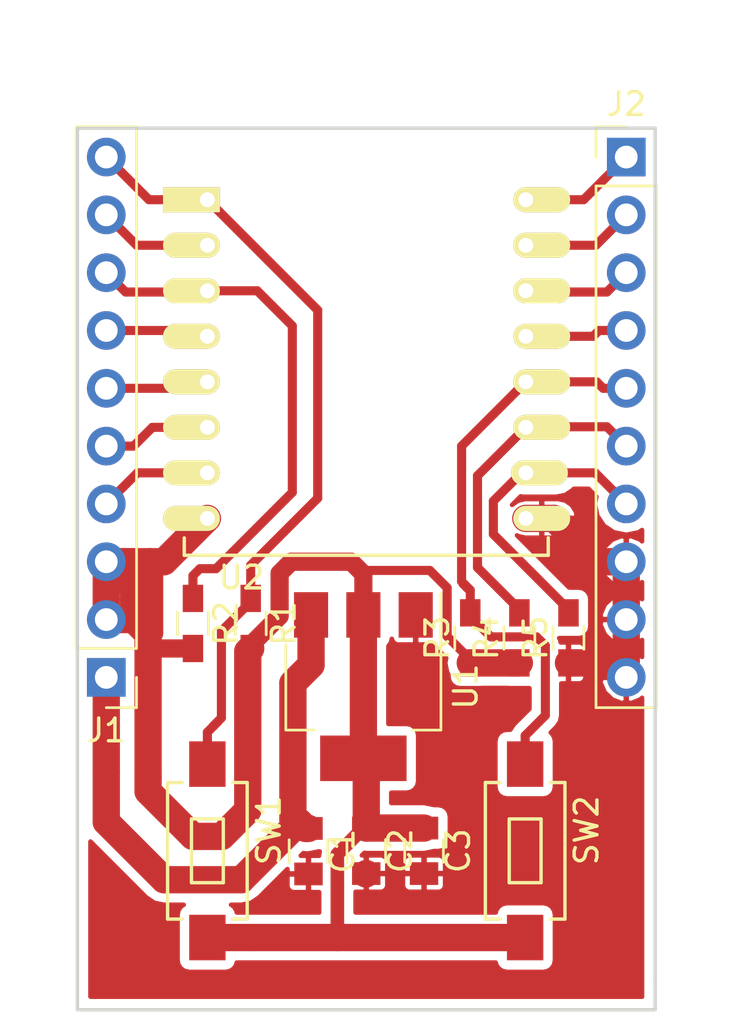
<source format=kicad_pcb>
(kicad_pcb (version 4) (host pcbnew 4.0.7)

  (general
    (links 43)
    (no_connects 1)
    (area 68.912381 64.019999 101.26762 109.220001)
    (thickness 1.6)
    (drawings 6)
    (tracks 153)
    (zones 0)
    (modules 14)
    (nets 18)
  )

  (page A4)
  (layers
    (0 F.Cu signal)
    (31 B.Cu signal)
    (32 B.Adhes user)
    (33 F.Adhes user)
    (34 B.Paste user)
    (35 F.Paste user)
    (36 B.SilkS user)
    (37 F.SilkS user)
    (38 B.Mask user)
    (39 F.Mask user)
    (40 Dwgs.User user)
    (41 Cmts.User user)
    (42 Eco1.User user)
    (43 Eco2.User user)
    (44 Edge.Cuts user)
    (45 Margin user)
    (46 B.CrtYd user)
    (47 F.CrtYd user)
    (48 B.Fab user)
    (49 F.Fab user)
  )

  (setup
    (last_trace_width 0.4)
    (user_trace_width 0.4)
    (user_trace_width 0.6)
    (user_trace_width 0.8)
    (user_trace_width 1)
    (user_trace_width 1.2)
    (trace_clearance 0.2)
    (zone_clearance 0.4)
    (zone_45_only no)
    (trace_min 0.2)
    (segment_width 0.2)
    (edge_width 0.15)
    (via_size 0.6)
    (via_drill 0.4)
    (via_min_size 0.4)
    (via_min_drill 0.3)
    (uvia_size 0.3)
    (uvia_drill 0.1)
    (uvias_allowed no)
    (uvia_min_size 0.2)
    (uvia_min_drill 0.1)
    (pcb_text_width 0.3)
    (pcb_text_size 1.5 1.5)
    (mod_edge_width 0.15)
    (mod_text_size 1 1)
    (mod_text_width 0.15)
    (pad_size 1.524 1.524)
    (pad_drill 0.762)
    (pad_to_mask_clearance 0.2)
    (aux_axis_origin 0 0)
    (visible_elements 7FFFFFFF)
    (pcbplotparams
      (layerselection 0x00030_80000001)
      (usegerberextensions false)
      (excludeedgelayer true)
      (linewidth 0.100000)
      (plotframeref false)
      (viasonmask false)
      (mode 1)
      (useauxorigin false)
      (hpglpennumber 1)
      (hpglpenspeed 20)
      (hpglpendiameter 15)
      (hpglpenoverlay 2)
      (psnegative false)
      (psa4output false)
      (plotreference true)
      (plotvalue true)
      (plotinvisibletext false)
      (padsonsilk false)
      (subtractmaskfromsilk false)
      (outputformat 1)
      (mirror false)
      (drillshape 1)
      (scaleselection 1)
      (outputdirectory ""))
  )

  (net 0 "")
  (net 1 +5V)
  (net 2 GND)
  (net 3 +3V3)
  (net 4 "Net-(J1-Pad4)")
  (net 5 "Net-(J1-Pad5)")
  (net 6 "Net-(J1-Pad6)")
  (net 7 "Net-(J1-Pad7)")
  (net 8 "Net-(J1-Pad8)")
  (net 9 "Net-(J1-Pad9)")
  (net 10 RST)
  (net 11 "Net-(J2-Pad1)")
  (net 12 "Net-(J2-Pad2)")
  (net 13 "Net-(J2-Pad3)")
  (net 14 "Net-(J2-Pad4)")
  (net 15 GPIO0)
  (net 16 "Net-(J2-Pad6)")
  (net 17 "Net-(J2-Pad7)")

  (net_class Default "This is the default net class."
    (clearance 0.2)
    (trace_width 0.25)
    (via_dia 0.6)
    (via_drill 0.4)
    (uvia_dia 0.3)
    (uvia_drill 0.1)
    (add_net +3V3)
    (add_net +5V)
    (add_net GND)
    (add_net GPIO0)
    (add_net "Net-(J1-Pad4)")
    (add_net "Net-(J1-Pad5)")
    (add_net "Net-(J1-Pad6)")
    (add_net "Net-(J1-Pad7)")
    (add_net "Net-(J1-Pad8)")
    (add_net "Net-(J1-Pad9)")
    (add_net "Net-(J2-Pad1)")
    (add_net "Net-(J2-Pad2)")
    (add_net "Net-(J2-Pad3)")
    (add_net "Net-(J2-Pad4)")
    (add_net "Net-(J2-Pad6)")
    (add_net "Net-(J2-Pad7)")
    (add_net RST)
  )

  (module Capacitors_SMD:C_0805 (layer F.Cu) (tedit 58AA8463) (tstamp 59BEB857)
    (at 82.55 101.616 270)
    (descr "Capacitor SMD 0805, reflow soldering, AVX (see smccp.pdf)")
    (tags "capacitor 0805")
    (path /59BEB5B2)
    (attr smd)
    (fp_text reference C1 (at 0 -1.5 270) (layer F.SilkS)
      (effects (font (size 1 1) (thickness 0.15)))
    )
    (fp_text value C_Small (at 0 1.75 270) (layer F.Fab)
      (effects (font (size 1 1) (thickness 0.15)))
    )
    (fp_text user %R (at 0 -1.5 270) (layer F.Fab)
      (effects (font (size 1 1) (thickness 0.15)))
    )
    (fp_line (start -1 0.62) (end -1 -0.62) (layer F.Fab) (width 0.1))
    (fp_line (start 1 0.62) (end -1 0.62) (layer F.Fab) (width 0.1))
    (fp_line (start 1 -0.62) (end 1 0.62) (layer F.Fab) (width 0.1))
    (fp_line (start -1 -0.62) (end 1 -0.62) (layer F.Fab) (width 0.1))
    (fp_line (start 0.5 -0.85) (end -0.5 -0.85) (layer F.SilkS) (width 0.12))
    (fp_line (start -0.5 0.85) (end 0.5 0.85) (layer F.SilkS) (width 0.12))
    (fp_line (start -1.75 -0.88) (end 1.75 -0.88) (layer F.CrtYd) (width 0.05))
    (fp_line (start -1.75 -0.88) (end -1.75 0.87) (layer F.CrtYd) (width 0.05))
    (fp_line (start 1.75 0.87) (end 1.75 -0.88) (layer F.CrtYd) (width 0.05))
    (fp_line (start 1.75 0.87) (end -1.75 0.87) (layer F.CrtYd) (width 0.05))
    (pad 1 smd rect (at -1 0 270) (size 1 1.25) (layers F.Cu F.Paste F.Mask)
      (net 1 +5V))
    (pad 2 smd rect (at 1 0 270) (size 1 1.25) (layers F.Cu F.Paste F.Mask)
      (net 2 GND))
    (model Capacitors_SMD.3dshapes/C_0805.wrl
      (at (xyz 0 0 0))
      (scale (xyz 1 1 1))
      (rotate (xyz 0 0 0))
    )
  )

  (module Capacitors_SMD:C_0805 (layer F.Cu) (tedit 58AA8463) (tstamp 59BEB85D)
    (at 85.09 101.6 270)
    (descr "Capacitor SMD 0805, reflow soldering, AVX (see smccp.pdf)")
    (tags "capacitor 0805")
    (path /59BEB622)
    (attr smd)
    (fp_text reference C2 (at 0 -1.5 270) (layer F.SilkS)
      (effects (font (size 1 1) (thickness 0.15)))
    )
    (fp_text value C_Small (at 0 1.75 270) (layer F.Fab)
      (effects (font (size 1 1) (thickness 0.15)))
    )
    (fp_text user %R (at 0 -1.5 270) (layer F.Fab)
      (effects (font (size 1 1) (thickness 0.15)))
    )
    (fp_line (start -1 0.62) (end -1 -0.62) (layer F.Fab) (width 0.1))
    (fp_line (start 1 0.62) (end -1 0.62) (layer F.Fab) (width 0.1))
    (fp_line (start 1 -0.62) (end 1 0.62) (layer F.Fab) (width 0.1))
    (fp_line (start -1 -0.62) (end 1 -0.62) (layer F.Fab) (width 0.1))
    (fp_line (start 0.5 -0.85) (end -0.5 -0.85) (layer F.SilkS) (width 0.12))
    (fp_line (start -0.5 0.85) (end 0.5 0.85) (layer F.SilkS) (width 0.12))
    (fp_line (start -1.75 -0.88) (end 1.75 -0.88) (layer F.CrtYd) (width 0.05))
    (fp_line (start -1.75 -0.88) (end -1.75 0.87) (layer F.CrtYd) (width 0.05))
    (fp_line (start 1.75 0.87) (end 1.75 -0.88) (layer F.CrtYd) (width 0.05))
    (fp_line (start 1.75 0.87) (end -1.75 0.87) (layer F.CrtYd) (width 0.05))
    (pad 1 smd rect (at -1 0 270) (size 1 1.25) (layers F.Cu F.Paste F.Mask)
      (net 3 +3V3))
    (pad 2 smd rect (at 1 0 270) (size 1 1.25) (layers F.Cu F.Paste F.Mask)
      (net 2 GND))
    (model Capacitors_SMD.3dshapes/C_0805.wrl
      (at (xyz 0 0 0))
      (scale (xyz 1 1 1))
      (rotate (xyz 0 0 0))
    )
  )

  (module Capacitors_SMD:C_0805 (layer F.Cu) (tedit 58AA8463) (tstamp 59BEB863)
    (at 87.63 101.6 270)
    (descr "Capacitor SMD 0805, reflow soldering, AVX (see smccp.pdf)")
    (tags "capacitor 0805")
    (path /59BEB680)
    (attr smd)
    (fp_text reference C3 (at 0 -1.5 270) (layer F.SilkS)
      (effects (font (size 1 1) (thickness 0.15)))
    )
    (fp_text value C_Small (at 0 1.75 270) (layer F.Fab)
      (effects (font (size 1 1) (thickness 0.15)))
    )
    (fp_text user %R (at 0 -1.5 270) (layer F.Fab)
      (effects (font (size 1 1) (thickness 0.15)))
    )
    (fp_line (start -1 0.62) (end -1 -0.62) (layer F.Fab) (width 0.1))
    (fp_line (start 1 0.62) (end -1 0.62) (layer F.Fab) (width 0.1))
    (fp_line (start 1 -0.62) (end 1 0.62) (layer F.Fab) (width 0.1))
    (fp_line (start -1 -0.62) (end 1 -0.62) (layer F.Fab) (width 0.1))
    (fp_line (start 0.5 -0.85) (end -0.5 -0.85) (layer F.SilkS) (width 0.12))
    (fp_line (start -0.5 0.85) (end 0.5 0.85) (layer F.SilkS) (width 0.12))
    (fp_line (start -1.75 -0.88) (end 1.75 -0.88) (layer F.CrtYd) (width 0.05))
    (fp_line (start -1.75 -0.88) (end -1.75 0.87) (layer F.CrtYd) (width 0.05))
    (fp_line (start 1.75 0.87) (end 1.75 -0.88) (layer F.CrtYd) (width 0.05))
    (fp_line (start 1.75 0.87) (end -1.75 0.87) (layer F.CrtYd) (width 0.05))
    (pad 1 smd rect (at -1 0 270) (size 1 1.25) (layers F.Cu F.Paste F.Mask)
      (net 3 +3V3))
    (pad 2 smd rect (at 1 0 270) (size 1 1.25) (layers F.Cu F.Paste F.Mask)
      (net 2 GND))
    (model Capacitors_SMD.3dshapes/C_0805.wrl
      (at (xyz 0 0 0))
      (scale (xyz 1 1 1))
      (rotate (xyz 0 0 0))
    )
  )

  (module Pin_Headers:Pin_Header_Straight_1x10_Pitch2.54mm (layer F.Cu) (tedit 59650532) (tstamp 59BEB871)
    (at 73.66 93.98 180)
    (descr "Through hole straight pin header, 1x10, 2.54mm pitch, single row")
    (tags "Through hole pin header THT 1x10 2.54mm single row")
    (path /59BEB163)
    (fp_text reference J1 (at 0 -2.33 180) (layer F.SilkS)
      (effects (font (size 1 1) (thickness 0.15)))
    )
    (fp_text value Conn_01x10 (at 0 25.19 180) (layer F.Fab)
      (effects (font (size 1 1) (thickness 0.15)))
    )
    (fp_line (start -0.635 -1.27) (end 1.27 -1.27) (layer F.Fab) (width 0.1))
    (fp_line (start 1.27 -1.27) (end 1.27 24.13) (layer F.Fab) (width 0.1))
    (fp_line (start 1.27 24.13) (end -1.27 24.13) (layer F.Fab) (width 0.1))
    (fp_line (start -1.27 24.13) (end -1.27 -0.635) (layer F.Fab) (width 0.1))
    (fp_line (start -1.27 -0.635) (end -0.635 -1.27) (layer F.Fab) (width 0.1))
    (fp_line (start -1.33 24.19) (end 1.33 24.19) (layer F.SilkS) (width 0.12))
    (fp_line (start -1.33 1.27) (end -1.33 24.19) (layer F.SilkS) (width 0.12))
    (fp_line (start 1.33 1.27) (end 1.33 24.19) (layer F.SilkS) (width 0.12))
    (fp_line (start -1.33 1.27) (end 1.33 1.27) (layer F.SilkS) (width 0.12))
    (fp_line (start -1.33 0) (end -1.33 -1.33) (layer F.SilkS) (width 0.12))
    (fp_line (start -1.33 -1.33) (end 0 -1.33) (layer F.SilkS) (width 0.12))
    (fp_line (start -1.8 -1.8) (end -1.8 24.65) (layer F.CrtYd) (width 0.05))
    (fp_line (start -1.8 24.65) (end 1.8 24.65) (layer F.CrtYd) (width 0.05))
    (fp_line (start 1.8 24.65) (end 1.8 -1.8) (layer F.CrtYd) (width 0.05))
    (fp_line (start 1.8 -1.8) (end -1.8 -1.8) (layer F.CrtYd) (width 0.05))
    (fp_text user %R (at 0 11.43 270) (layer F.Fab)
      (effects (font (size 1 1) (thickness 0.15)))
    )
    (pad 1 thru_hole rect (at 0 0 180) (size 1.7 1.7) (drill 1) (layers *.Cu *.Mask)
      (net 1 +5V))
    (pad 2 thru_hole oval (at 0 2.54 180) (size 1.7 1.7) (drill 1) (layers *.Cu *.Mask)
      (net 3 +3V3))
    (pad 3 thru_hole oval (at 0 5.08 180) (size 1.7 1.7) (drill 1) (layers *.Cu *.Mask)
      (net 3 +3V3))
    (pad 4 thru_hole oval (at 0 7.62 180) (size 1.7 1.7) (drill 1) (layers *.Cu *.Mask)
      (net 4 "Net-(J1-Pad4)"))
    (pad 5 thru_hole oval (at 0 10.16 180) (size 1.7 1.7) (drill 1) (layers *.Cu *.Mask)
      (net 5 "Net-(J1-Pad5)"))
    (pad 6 thru_hole oval (at 0 12.7 180) (size 1.7 1.7) (drill 1) (layers *.Cu *.Mask)
      (net 6 "Net-(J1-Pad6)"))
    (pad 7 thru_hole oval (at 0 15.24 180) (size 1.7 1.7) (drill 1) (layers *.Cu *.Mask)
      (net 7 "Net-(J1-Pad7)"))
    (pad 8 thru_hole oval (at 0 17.78 180) (size 1.7 1.7) (drill 1) (layers *.Cu *.Mask)
      (net 8 "Net-(J1-Pad8)"))
    (pad 9 thru_hole oval (at 0 20.32 180) (size 1.7 1.7) (drill 1) (layers *.Cu *.Mask)
      (net 9 "Net-(J1-Pad9)"))
    (pad 10 thru_hole oval (at 0 22.86 180) (size 1.7 1.7) (drill 1) (layers *.Cu *.Mask)
      (net 10 RST))
    (model ${KISYS3DMOD}/Pin_Headers.3dshapes/Pin_Header_Straight_1x10_Pitch2.54mm.wrl
      (at (xyz 0 0 0))
      (scale (xyz 1 1 1))
      (rotate (xyz 0 0 0))
    )
  )

  (module Pin_Headers:Pin_Header_Straight_1x10_Pitch2.54mm (layer F.Cu) (tedit 59650532) (tstamp 59BEB87F)
    (at 96.52 71.12)
    (descr "Through hole straight pin header, 1x10, 2.54mm pitch, single row")
    (tags "Through hole pin header THT 1x10 2.54mm single row")
    (path /59BEB130)
    (fp_text reference J2 (at 0 -2.33) (layer F.SilkS)
      (effects (font (size 1 1) (thickness 0.15)))
    )
    (fp_text value Conn_01x10 (at 0 25.19) (layer F.Fab)
      (effects (font (size 1 1) (thickness 0.15)))
    )
    (fp_line (start -0.635 -1.27) (end 1.27 -1.27) (layer F.Fab) (width 0.1))
    (fp_line (start 1.27 -1.27) (end 1.27 24.13) (layer F.Fab) (width 0.1))
    (fp_line (start 1.27 24.13) (end -1.27 24.13) (layer F.Fab) (width 0.1))
    (fp_line (start -1.27 24.13) (end -1.27 -0.635) (layer F.Fab) (width 0.1))
    (fp_line (start -1.27 -0.635) (end -0.635 -1.27) (layer F.Fab) (width 0.1))
    (fp_line (start -1.33 24.19) (end 1.33 24.19) (layer F.SilkS) (width 0.12))
    (fp_line (start -1.33 1.27) (end -1.33 24.19) (layer F.SilkS) (width 0.12))
    (fp_line (start 1.33 1.27) (end 1.33 24.19) (layer F.SilkS) (width 0.12))
    (fp_line (start -1.33 1.27) (end 1.33 1.27) (layer F.SilkS) (width 0.12))
    (fp_line (start -1.33 0) (end -1.33 -1.33) (layer F.SilkS) (width 0.12))
    (fp_line (start -1.33 -1.33) (end 0 -1.33) (layer F.SilkS) (width 0.12))
    (fp_line (start -1.8 -1.8) (end -1.8 24.65) (layer F.CrtYd) (width 0.05))
    (fp_line (start -1.8 24.65) (end 1.8 24.65) (layer F.CrtYd) (width 0.05))
    (fp_line (start 1.8 24.65) (end 1.8 -1.8) (layer F.CrtYd) (width 0.05))
    (fp_line (start 1.8 -1.8) (end -1.8 -1.8) (layer F.CrtYd) (width 0.05))
    (fp_text user %R (at 0 11.43 90) (layer F.Fab)
      (effects (font (size 1 1) (thickness 0.15)))
    )
    (pad 1 thru_hole rect (at 0 0) (size 1.7 1.7) (drill 1) (layers *.Cu *.Mask)
      (net 11 "Net-(J2-Pad1)"))
    (pad 2 thru_hole oval (at 0 2.54) (size 1.7 1.7) (drill 1) (layers *.Cu *.Mask)
      (net 12 "Net-(J2-Pad2)"))
    (pad 3 thru_hole oval (at 0 5.08) (size 1.7 1.7) (drill 1) (layers *.Cu *.Mask)
      (net 13 "Net-(J2-Pad3)"))
    (pad 4 thru_hole oval (at 0 7.62) (size 1.7 1.7) (drill 1) (layers *.Cu *.Mask)
      (net 14 "Net-(J2-Pad4)"))
    (pad 5 thru_hole oval (at 0 10.16) (size 1.7 1.7) (drill 1) (layers *.Cu *.Mask)
      (net 15 GPIO0))
    (pad 6 thru_hole oval (at 0 12.7) (size 1.7 1.7) (drill 1) (layers *.Cu *.Mask)
      (net 16 "Net-(J2-Pad6)"))
    (pad 7 thru_hole oval (at 0 15.24) (size 1.7 1.7) (drill 1) (layers *.Cu *.Mask)
      (net 17 "Net-(J2-Pad7)"))
    (pad 8 thru_hole oval (at 0 17.78) (size 1.7 1.7) (drill 1) (layers *.Cu *.Mask)
      (net 2 GND))
    (pad 9 thru_hole oval (at 0 20.32) (size 1.7 1.7) (drill 1) (layers *.Cu *.Mask)
      (net 2 GND))
    (pad 10 thru_hole oval (at 0 22.86) (size 1.7 1.7) (drill 1) (layers *.Cu *.Mask)
      (net 2 GND))
    (model ${KISYS3DMOD}/Pin_Headers.3dshapes/Pin_Header_Straight_1x10_Pitch2.54mm.wrl
      (at (xyz 0 0 0))
      (scale (xyz 1 1 1))
      (rotate (xyz 0 0 0))
    )
  )

  (module Resistors_SMD:R_0603_HandSoldering (layer F.Cu) (tedit 58E0A804) (tstamp 59BEB885)
    (at 80.01 91.61 270)
    (descr "Resistor SMD 0603, hand soldering")
    (tags "resistor 0603")
    (path /59BEBC9E)
    (attr smd)
    (fp_text reference R1 (at 0 -1.45 270) (layer F.SilkS)
      (effects (font (size 1 1) (thickness 0.15)))
    )
    (fp_text value R_Small (at 0 1.55 270) (layer F.Fab)
      (effects (font (size 1 1) (thickness 0.15)))
    )
    (fp_text user %R (at 0 0 270) (layer F.Fab)
      (effects (font (size 0.4 0.4) (thickness 0.075)))
    )
    (fp_line (start -0.8 0.4) (end -0.8 -0.4) (layer F.Fab) (width 0.1))
    (fp_line (start 0.8 0.4) (end -0.8 0.4) (layer F.Fab) (width 0.1))
    (fp_line (start 0.8 -0.4) (end 0.8 0.4) (layer F.Fab) (width 0.1))
    (fp_line (start -0.8 -0.4) (end 0.8 -0.4) (layer F.Fab) (width 0.1))
    (fp_line (start 0.5 0.68) (end -0.5 0.68) (layer F.SilkS) (width 0.12))
    (fp_line (start -0.5 -0.68) (end 0.5 -0.68) (layer F.SilkS) (width 0.12))
    (fp_line (start -1.96 -0.7) (end 1.95 -0.7) (layer F.CrtYd) (width 0.05))
    (fp_line (start -1.96 -0.7) (end -1.96 0.7) (layer F.CrtYd) (width 0.05))
    (fp_line (start 1.95 0.7) (end 1.95 -0.7) (layer F.CrtYd) (width 0.05))
    (fp_line (start 1.95 0.7) (end -1.96 0.7) (layer F.CrtYd) (width 0.05))
    (pad 1 smd rect (at -1.1 0 270) (size 1.2 0.9) (layers F.Cu F.Paste F.Mask)
      (net 10 RST))
    (pad 2 smd rect (at 1.1 0 270) (size 1.2 0.9) (layers F.Cu F.Paste F.Mask)
      (net 3 +3V3))
    (model ${KISYS3DMOD}/Resistors_SMD.3dshapes/R_0603.wrl
      (at (xyz 0 0 0))
      (scale (xyz 1 1 1))
      (rotate (xyz 0 0 0))
    )
  )

  (module Resistors_SMD:R_0603_HandSoldering (layer F.Cu) (tedit 58E0A804) (tstamp 59BEB88B)
    (at 77.47 91.61 270)
    (descr "Resistor SMD 0603, hand soldering")
    (tags "resistor 0603")
    (path /59BEB99B)
    (attr smd)
    (fp_text reference R2 (at 0 -1.45 270) (layer F.SilkS)
      (effects (font (size 1 1) (thickness 0.15)))
    )
    (fp_text value R_Small (at 0 1.55 270) (layer F.Fab)
      (effects (font (size 1 1) (thickness 0.15)))
    )
    (fp_text user %R (at 0 0 270) (layer F.Fab)
      (effects (font (size 0.4 0.4) (thickness 0.075)))
    )
    (fp_line (start -0.8 0.4) (end -0.8 -0.4) (layer F.Fab) (width 0.1))
    (fp_line (start 0.8 0.4) (end -0.8 0.4) (layer F.Fab) (width 0.1))
    (fp_line (start 0.8 -0.4) (end 0.8 0.4) (layer F.Fab) (width 0.1))
    (fp_line (start -0.8 -0.4) (end 0.8 -0.4) (layer F.Fab) (width 0.1))
    (fp_line (start 0.5 0.68) (end -0.5 0.68) (layer F.SilkS) (width 0.12))
    (fp_line (start -0.5 -0.68) (end 0.5 -0.68) (layer F.SilkS) (width 0.12))
    (fp_line (start -1.96 -0.7) (end 1.95 -0.7) (layer F.CrtYd) (width 0.05))
    (fp_line (start -1.96 -0.7) (end -1.96 0.7) (layer F.CrtYd) (width 0.05))
    (fp_line (start 1.95 0.7) (end 1.95 -0.7) (layer F.CrtYd) (width 0.05))
    (fp_line (start 1.95 0.7) (end -1.96 0.7) (layer F.CrtYd) (width 0.05))
    (pad 1 smd rect (at -1.1 0 270) (size 1.2 0.9) (layers F.Cu F.Paste F.Mask)
      (net 8 "Net-(J1-Pad8)"))
    (pad 2 smd rect (at 1.1 0 270) (size 1.2 0.9) (layers F.Cu F.Paste F.Mask)
      (net 3 +3V3))
    (model ${KISYS3DMOD}/Resistors_SMD.3dshapes/R_0603.wrl
      (at (xyz 0 0 0))
      (scale (xyz 1 1 1))
      (rotate (xyz 0 0 0))
    )
  )

  (module Resistors_SMD:R_0603_HandSoldering (layer F.Cu) (tedit 58E0A804) (tstamp 59BEB891)
    (at 89.662 92.245 90)
    (descr "Resistor SMD 0603, hand soldering")
    (tags "resistor 0603")
    (path /59BEB722)
    (attr smd)
    (fp_text reference R3 (at 0 -1.45 90) (layer F.SilkS)
      (effects (font (size 1 1) (thickness 0.15)))
    )
    (fp_text value R_Small (at 0 1.55 90) (layer F.Fab)
      (effects (font (size 1 1) (thickness 0.15)))
    )
    (fp_text user %R (at 0 0 90) (layer F.Fab)
      (effects (font (size 0.4 0.4) (thickness 0.075)))
    )
    (fp_line (start -0.8 0.4) (end -0.8 -0.4) (layer F.Fab) (width 0.1))
    (fp_line (start 0.8 0.4) (end -0.8 0.4) (layer F.Fab) (width 0.1))
    (fp_line (start 0.8 -0.4) (end 0.8 0.4) (layer F.Fab) (width 0.1))
    (fp_line (start -0.8 -0.4) (end 0.8 -0.4) (layer F.Fab) (width 0.1))
    (fp_line (start 0.5 0.68) (end -0.5 0.68) (layer F.SilkS) (width 0.12))
    (fp_line (start -0.5 -0.68) (end 0.5 -0.68) (layer F.SilkS) (width 0.12))
    (fp_line (start -1.96 -0.7) (end 1.95 -0.7) (layer F.CrtYd) (width 0.05))
    (fp_line (start -1.96 -0.7) (end -1.96 0.7) (layer F.CrtYd) (width 0.05))
    (fp_line (start 1.95 0.7) (end 1.95 -0.7) (layer F.CrtYd) (width 0.05))
    (fp_line (start 1.95 0.7) (end -1.96 0.7) (layer F.CrtYd) (width 0.05))
    (pad 1 smd rect (at -1.1 0 90) (size 1.2 0.9) (layers F.Cu F.Paste F.Mask)
      (net 3 +3V3))
    (pad 2 smd rect (at 1.1 0 90) (size 1.2 0.9) (layers F.Cu F.Paste F.Mask)
      (net 15 GPIO0))
    (model ${KISYS3DMOD}/Resistors_SMD.3dshapes/R_0603.wrl
      (at (xyz 0 0 0))
      (scale (xyz 1 1 1))
      (rotate (xyz 0 0 0))
    )
  )

  (module Resistors_SMD:R_0603_HandSoldering (layer F.Cu) (tedit 58E0A804) (tstamp 59BEB897)
    (at 91.821 92.245 90)
    (descr "Resistor SMD 0603, hand soldering")
    (tags "resistor 0603")
    (path /59BEB7B6)
    (attr smd)
    (fp_text reference R4 (at 0 -1.45 90) (layer F.SilkS)
      (effects (font (size 1 1) (thickness 0.15)))
    )
    (fp_text value R_Small (at 0 1.55 90) (layer F.Fab)
      (effects (font (size 1 1) (thickness 0.15)))
    )
    (fp_text user %R (at 0 0 90) (layer F.Fab)
      (effects (font (size 0.4 0.4) (thickness 0.075)))
    )
    (fp_line (start -0.8 0.4) (end -0.8 -0.4) (layer F.Fab) (width 0.1))
    (fp_line (start 0.8 0.4) (end -0.8 0.4) (layer F.Fab) (width 0.1))
    (fp_line (start 0.8 -0.4) (end 0.8 0.4) (layer F.Fab) (width 0.1))
    (fp_line (start -0.8 -0.4) (end 0.8 -0.4) (layer F.Fab) (width 0.1))
    (fp_line (start 0.5 0.68) (end -0.5 0.68) (layer F.SilkS) (width 0.12))
    (fp_line (start -0.5 -0.68) (end 0.5 -0.68) (layer F.SilkS) (width 0.12))
    (fp_line (start -1.96 -0.7) (end 1.95 -0.7) (layer F.CrtYd) (width 0.05))
    (fp_line (start -1.96 -0.7) (end -1.96 0.7) (layer F.CrtYd) (width 0.05))
    (fp_line (start 1.95 0.7) (end 1.95 -0.7) (layer F.CrtYd) (width 0.05))
    (fp_line (start 1.95 0.7) (end -1.96 0.7) (layer F.CrtYd) (width 0.05))
    (pad 1 smd rect (at -1.1 0 90) (size 1.2 0.9) (layers F.Cu F.Paste F.Mask)
      (net 3 +3V3))
    (pad 2 smd rect (at 1.1 0 90) (size 1.2 0.9) (layers F.Cu F.Paste F.Mask)
      (net 16 "Net-(J2-Pad6)"))
    (model ${KISYS3DMOD}/Resistors_SMD.3dshapes/R_0603.wrl
      (at (xyz 0 0 0))
      (scale (xyz 1 1 1))
      (rotate (xyz 0 0 0))
    )
  )

  (module Resistors_SMD:R_0603_HandSoldering (layer F.Cu) (tedit 58E0A804) (tstamp 59BEB89D)
    (at 93.98 92.245 90)
    (descr "Resistor SMD 0603, hand soldering")
    (tags "resistor 0603")
    (path /59BEB7DF)
    (attr smd)
    (fp_text reference R5 (at 0 -1.45 90) (layer F.SilkS)
      (effects (font (size 1 1) (thickness 0.15)))
    )
    (fp_text value R_Small (at 0 1.55 90) (layer F.Fab)
      (effects (font (size 1 1) (thickness 0.15)))
    )
    (fp_text user %R (at 0 0 90) (layer F.Fab)
      (effects (font (size 0.4 0.4) (thickness 0.075)))
    )
    (fp_line (start -0.8 0.4) (end -0.8 -0.4) (layer F.Fab) (width 0.1))
    (fp_line (start 0.8 0.4) (end -0.8 0.4) (layer F.Fab) (width 0.1))
    (fp_line (start 0.8 -0.4) (end 0.8 0.4) (layer F.Fab) (width 0.1))
    (fp_line (start -0.8 -0.4) (end 0.8 -0.4) (layer F.Fab) (width 0.1))
    (fp_line (start 0.5 0.68) (end -0.5 0.68) (layer F.SilkS) (width 0.12))
    (fp_line (start -0.5 -0.68) (end 0.5 -0.68) (layer F.SilkS) (width 0.12))
    (fp_line (start -1.96 -0.7) (end 1.95 -0.7) (layer F.CrtYd) (width 0.05))
    (fp_line (start -1.96 -0.7) (end -1.96 0.7) (layer F.CrtYd) (width 0.05))
    (fp_line (start 1.95 0.7) (end 1.95 -0.7) (layer F.CrtYd) (width 0.05))
    (fp_line (start 1.95 0.7) (end -1.96 0.7) (layer F.CrtYd) (width 0.05))
    (pad 1 smd rect (at -1.1 0 90) (size 1.2 0.9) (layers F.Cu F.Paste F.Mask)
      (net 2 GND))
    (pad 2 smd rect (at 1.1 0 90) (size 1.2 0.9) (layers F.Cu F.Paste F.Mask)
      (net 17 "Net-(J2-Pad7)"))
    (model ${KISYS3DMOD}/Resistors_SMD.3dshapes/R_0603.wrl
      (at (xyz 0 0 0))
      (scale (xyz 1 1 1))
      (rotate (xyz 0 0 0))
    )
  )

  (module esp8266_simple_breakout:SW_SPST_EVQPE1 (layer F.Cu) (tedit 58865D9C) (tstamp 59BEB8A3)
    (at 78.105 101.6 270)
    (descr "Light Touch Switch")
    (path /59BEBD79)
    (attr smd)
    (fp_text reference SW1 (at -0.9 -2.7 270) (layer F.SilkS)
      (effects (font (size 1 1) (thickness 0.15)))
    )
    (fp_text value SW_Push (at 0 3 270) (layer F.Fab)
      (effects (font (size 1 1) (thickness 0.15)))
    )
    (fp_line (start -1.4 -0.7) (end 1.4 -0.7) (layer F.SilkS) (width 0.15))
    (fp_line (start 1.4 -0.7) (end 1.4 0.7) (layer F.SilkS) (width 0.15))
    (fp_line (start 1.4 0.7) (end -1.4 0.7) (layer F.SilkS) (width 0.15))
    (fp_line (start -1.4 0.7) (end -1.4 -0.7) (layer F.SilkS) (width 0.15))
    (fp_line (start -3.95 -2) (end 3.95 -2) (layer F.CrtYd) (width 0.05))
    (fp_line (start 3.95 -2) (end 3.95 2) (layer F.CrtYd) (width 0.05))
    (fp_line (start 3.95 2) (end -3.95 2) (layer F.CrtYd) (width 0.05))
    (fp_line (start -3.95 2) (end -3.95 -2) (layer F.CrtYd) (width 0.05))
    (fp_line (start 3 -1.75) (end 3 -1.1) (layer F.SilkS) (width 0.15))
    (fp_line (start 3 1.75) (end 3 1.1) (layer F.SilkS) (width 0.15))
    (fp_line (start -3 1.1) (end -3 1.75) (layer F.SilkS) (width 0.15))
    (fp_line (start -3 -1.75) (end -3 -1.1) (layer F.SilkS) (width 0.15))
    (fp_line (start 3 -1.75) (end -3 -1.75) (layer F.SilkS) (width 0.15))
    (fp_line (start -3 1.75) (end 3 1.75) (layer F.SilkS) (width 0.15))
    (pad 2 smd rect (at 3.81 0 270) (size 2 1.6) (layers F.Cu F.Paste F.Mask)
      (net 3 +3V3))
    (pad 1 smd rect (at -3.81 0 270) (size 2 1.6) (layers F.Cu F.Paste F.Mask)
      (net 10 RST))
  )

  (module esp8266_simple_breakout:SW_SPST_EVQPE1 (layer F.Cu) (tedit 58865D9C) (tstamp 59BEB8A9)
    (at 92.075 101.6 270)
    (descr "Light Touch Switch")
    (path /59BEBE01)
    (attr smd)
    (fp_text reference SW2 (at -0.9 -2.7 270) (layer F.SilkS)
      (effects (font (size 1 1) (thickness 0.15)))
    )
    (fp_text value SW_Push (at 0 3 270) (layer F.Fab)
      (effects (font (size 1 1) (thickness 0.15)))
    )
    (fp_line (start -1.4 -0.7) (end 1.4 -0.7) (layer F.SilkS) (width 0.15))
    (fp_line (start 1.4 -0.7) (end 1.4 0.7) (layer F.SilkS) (width 0.15))
    (fp_line (start 1.4 0.7) (end -1.4 0.7) (layer F.SilkS) (width 0.15))
    (fp_line (start -1.4 0.7) (end -1.4 -0.7) (layer F.SilkS) (width 0.15))
    (fp_line (start -3.95 -2) (end 3.95 -2) (layer F.CrtYd) (width 0.05))
    (fp_line (start 3.95 -2) (end 3.95 2) (layer F.CrtYd) (width 0.05))
    (fp_line (start 3.95 2) (end -3.95 2) (layer F.CrtYd) (width 0.05))
    (fp_line (start -3.95 2) (end -3.95 -2) (layer F.CrtYd) (width 0.05))
    (fp_line (start 3 -1.75) (end 3 -1.1) (layer F.SilkS) (width 0.15))
    (fp_line (start 3 1.75) (end 3 1.1) (layer F.SilkS) (width 0.15))
    (fp_line (start -3 1.1) (end -3 1.75) (layer F.SilkS) (width 0.15))
    (fp_line (start -3 -1.75) (end -3 -1.1) (layer F.SilkS) (width 0.15))
    (fp_line (start 3 -1.75) (end -3 -1.75) (layer F.SilkS) (width 0.15))
    (fp_line (start -3 1.75) (end 3 1.75) (layer F.SilkS) (width 0.15))
    (pad 2 smd rect (at 3.81 0 270) (size 2 1.6) (layers F.Cu F.Paste F.Mask)
      (net 3 +3V3))
    (pad 1 smd rect (at -3.81 0 270) (size 2 1.6) (layers F.Cu F.Paste F.Mask)
      (net 15 GPIO0))
  )

  (module TO_SOT_Packages_SMD:SOT-223-3Lead_TabPin2 (layer F.Cu) (tedit 58CE4E7E) (tstamp 59BEB8B1)
    (at 84.963 94.386 270)
    (descr "module CMS SOT223 4 pins")
    (tags "CMS SOT")
    (path /59BEB404)
    (attr smd)
    (fp_text reference U1 (at 0 -4.5 270) (layer F.SilkS)
      (effects (font (size 1 1) (thickness 0.15)))
    )
    (fp_text value AZ1117-3.3 (at 0 4.5 270) (layer F.Fab)
      (effects (font (size 1 1) (thickness 0.15)))
    )
    (fp_text user %R (at 0 0 360) (layer F.Fab)
      (effects (font (size 0.8 0.8) (thickness 0.12)))
    )
    (fp_line (start 1.91 3.41) (end 1.91 2.15) (layer F.SilkS) (width 0.12))
    (fp_line (start 1.91 -3.41) (end 1.91 -2.15) (layer F.SilkS) (width 0.12))
    (fp_line (start 4.4 -3.6) (end -4.4 -3.6) (layer F.CrtYd) (width 0.05))
    (fp_line (start 4.4 3.6) (end 4.4 -3.6) (layer F.CrtYd) (width 0.05))
    (fp_line (start -4.4 3.6) (end 4.4 3.6) (layer F.CrtYd) (width 0.05))
    (fp_line (start -4.4 -3.6) (end -4.4 3.6) (layer F.CrtYd) (width 0.05))
    (fp_line (start -1.85 -2.35) (end -0.85 -3.35) (layer F.Fab) (width 0.1))
    (fp_line (start -1.85 -2.35) (end -1.85 3.35) (layer F.Fab) (width 0.1))
    (fp_line (start -1.85 3.41) (end 1.91 3.41) (layer F.SilkS) (width 0.12))
    (fp_line (start -0.85 -3.35) (end 1.85 -3.35) (layer F.Fab) (width 0.1))
    (fp_line (start -4.1 -3.41) (end 1.91 -3.41) (layer F.SilkS) (width 0.12))
    (fp_line (start -1.85 3.35) (end 1.85 3.35) (layer F.Fab) (width 0.1))
    (fp_line (start 1.85 -3.35) (end 1.85 3.35) (layer F.Fab) (width 0.1))
    (pad 2 smd rect (at 3.15 0 270) (size 2 3.8) (layers F.Cu F.Paste F.Mask)
      (net 3 +3V3))
    (pad 2 smd rect (at -3.15 0 270) (size 2 1.5) (layers F.Cu F.Paste F.Mask)
      (net 3 +3V3))
    (pad 3 smd rect (at -3.15 2.3 270) (size 2 1.5) (layers F.Cu F.Paste F.Mask)
      (net 1 +5V))
    (pad 1 smd rect (at -3.15 -2.3 270) (size 2 1.5) (layers F.Cu F.Paste F.Mask)
      (net 2 GND))
    (model ${KISYS3DMOD}/TO_SOT_Packages_SMD.3dshapes/SOT-223.wrl
      (at (xyz 0 0 0))
      (scale (xyz 1 1 1))
      (rotate (xyz 0 0 0))
    )
  )

  (module esp8266_simple_breakout:ESP-12 (layer F.Cu) (tedit 55BE5912) (tstamp 59BEBA76)
    (at 78.105 72.995)
    (descr "Module, ESP-8266, ESP-12, 16 pad, SMD")
    (tags "Module ESP-8266 ESP8266")
    (path /59BEB038)
    (fp_text reference U2 (at 1.5 16.6) (layer F.SilkS)
      (effects (font (size 1 1) (thickness 0.15)))
    )
    (fp_text value ESP-12 (at 6.992 1) (layer F.Fab)
      (effects (font (size 1 1) (thickness 0.15)))
    )
    (fp_line (start -2.25 -0.5) (end -2.25 -8.75) (layer F.CrtYd) (width 0.05))
    (fp_line (start -2.25 -8.75) (end 15.25 -8.75) (layer F.CrtYd) (width 0.05))
    (fp_line (start 15.25 -8.75) (end 16.25 -8.75) (layer F.CrtYd) (width 0.05))
    (fp_line (start 16.25 -8.75) (end 16.25 16) (layer F.CrtYd) (width 0.05))
    (fp_line (start 16.25 16) (end -2.25 16) (layer F.CrtYd) (width 0.05))
    (fp_line (start -2.25 16) (end -2.25 -0.5) (layer F.CrtYd) (width 0.05))
    (fp_line (start -1.016 -8.382) (end 14.986 -8.382) (layer F.CrtYd) (width 0.1524))
    (fp_line (start 14.986 -8.382) (end 14.986 -0.889) (layer F.CrtYd) (width 0.1524))
    (fp_line (start -1.016 -8.382) (end -1.016 -1.016) (layer F.CrtYd) (width 0.1524))
    (fp_line (start -1.016 14.859) (end -1.016 15.621) (layer F.SilkS) (width 0.1524))
    (fp_line (start -1.016 15.621) (end 14.986 15.621) (layer F.SilkS) (width 0.1524))
    (fp_line (start 14.986 15.621) (end 14.986 14.859) (layer F.SilkS) (width 0.1524))
    (fp_line (start 14.992 -8.4) (end -1.008 -2.6) (layer F.CrtYd) (width 0.1524))
    (fp_line (start -1.008 -8.4) (end 14.992 -2.6) (layer F.CrtYd) (width 0.1524))
    (fp_text user "No Copper" (at 6.892 -5.4) (layer F.CrtYd)
      (effects (font (size 1 1) (thickness 0.15)))
    )
    (fp_line (start -1.008 -2.6) (end 14.992 -2.6) (layer F.CrtYd) (width 0.1524))
    (fp_line (start 15 -8.4) (end 15 15.6) (layer F.Fab) (width 0.05))
    (fp_line (start 14.992 15.6) (end -1.008 15.6) (layer F.Fab) (width 0.05))
    (fp_line (start -1.008 15.6) (end -1.008 -8.4) (layer F.Fab) (width 0.05))
    (fp_line (start -1.008 -8.4) (end 14.992 -8.4) (layer F.Fab) (width 0.05))
    (pad 1 thru_hole rect (at 0 0) (size 2.5 1.1) (drill 0.65 (offset -0.7 0)) (layers *.Cu *.Mask F.SilkS)
      (net 10 RST))
    (pad 2 thru_hole oval (at 0 2) (size 2.5 1.1) (drill 0.65 (offset -0.7 0)) (layers *.Cu *.Mask F.SilkS)
      (net 9 "Net-(J1-Pad9)"))
    (pad 3 thru_hole oval (at 0 4) (size 2.5 1.1) (drill 0.65 (offset -0.7 0)) (layers *.Cu *.Mask F.SilkS)
      (net 8 "Net-(J1-Pad8)"))
    (pad 4 thru_hole oval (at 0 6) (size 2.5 1.1) (drill 0.65 (offset -0.7 0)) (layers *.Cu *.Mask F.SilkS)
      (net 7 "Net-(J1-Pad7)"))
    (pad 5 thru_hole oval (at 0 8) (size 2.5 1.1) (drill 0.65 (offset -0.7 0)) (layers *.Cu *.Mask F.SilkS)
      (net 6 "Net-(J1-Pad6)"))
    (pad 6 thru_hole oval (at 0 10) (size 2.5 1.1) (drill 0.65 (offset -0.7 0)) (layers *.Cu *.Mask F.SilkS)
      (net 5 "Net-(J1-Pad5)"))
    (pad 7 thru_hole oval (at 0 12) (size 2.5 1.1) (drill 0.65 (offset -0.7 0)) (layers *.Cu *.Mask F.SilkS)
      (net 4 "Net-(J1-Pad4)"))
    (pad 8 thru_hole oval (at 0 14) (size 2.5 1.1) (drill 0.65 (offset -0.7 0)) (layers *.Cu *.Mask F.SilkS)
      (net 3 +3V3))
    (pad 9 thru_hole oval (at 14 14) (size 2.5 1.1) (drill 0.65 (offset 0.7 0)) (layers *.Cu *.Mask F.SilkS)
      (net 2 GND))
    (pad 10 thru_hole oval (at 14 12) (size 2.5 1.1) (drill 0.65 (offset 0.6 0)) (layers *.Cu *.Mask F.SilkS)
      (net 17 "Net-(J2-Pad7)"))
    (pad 11 thru_hole oval (at 14 10) (size 2.5 1.1) (drill 0.65 (offset 0.7 0)) (layers *.Cu *.Mask F.SilkS)
      (net 16 "Net-(J2-Pad6)"))
    (pad 12 thru_hole oval (at 14 8) (size 2.5 1.1) (drill 0.65 (offset 0.7 0)) (layers *.Cu *.Mask F.SilkS)
      (net 15 GPIO0))
    (pad 13 thru_hole oval (at 14 6) (size 2.5 1.1) (drill 0.65 (offset 0.7 0)) (layers *.Cu *.Mask F.SilkS)
      (net 14 "Net-(J2-Pad4)"))
    (pad 14 thru_hole oval (at 14 4) (size 2.5 1.1) (drill 0.65 (offset 0.7 0)) (layers *.Cu *.Mask F.SilkS)
      (net 13 "Net-(J2-Pad3)"))
    (pad 15 thru_hole oval (at 14 2) (size 2.5 1.1) (drill 0.65 (offset 0.7 0)) (layers *.Cu *.Mask F.SilkS)
      (net 12 "Net-(J2-Pad2)"))
    (pad 16 thru_hole oval (at 14 0) (size 2.5 1.1) (drill 0.65 (offset 0.7 0)) (layers *.Cu *.Mask F.SilkS)
      (net 11 "Net-(J2-Pad1)"))
    (model ${ESPLIB}/ESP8266.3dshapes/ESP-12.wrl
      (at (xyz 0 0 0))
      (scale (xyz 0.3937 0.3937 0.3937))
      (rotate (xyz 0 0 0))
    )
  )

  (gr_line (start 97.79 107.315) (end 97.79 108.585) (layer Edge.Cuts) (width 0.15))
  (gr_line (start 72.39 107.315) (end 72.39 108.585) (layer Edge.Cuts) (width 0.15))
  (gr_line (start 97.79 108.585) (end 72.39 108.585) (layer Edge.Cuts) (width 0.15))
  (gr_line (start 72.39 107.315) (end 72.39 69.85) (layer Edge.Cuts) (width 0.15))
  (gr_line (start 97.79 69.85) (end 97.79 107.315) (layer Edge.Cuts) (width 0.15))
  (gr_line (start 72.39 69.85) (end 97.79 69.85) (layer Edge.Cuts) (width 0.15))

  (segment (start 82.663 93.436) (end 81.865 94.234) (width 1.2) (layer F.Cu) (net 1))
  (segment (start 81.865 94.234) (end 81.865 100.604) (width 1.2) (layer F.Cu) (net 1))
  (segment (start 81.865 100.604) (end 81.28 101.189) (width 1.2) (layer F.Cu) (net 1))
  (segment (start 79.599 102.87) (end 81.28 101.189) (width 1.2) (layer F.Cu) (net 1))
  (segment (start 81.28 101.189) (end 82.139 100.33) (width 1.2) (layer F.Cu) (net 1))
  (segment (start 82.425 100.616) (end 82.55 100.616) (width 1.2) (layer F.Cu) (net 1))
  (segment (start 76.2 102.87) (end 79.599 102.87) (width 1.2) (layer F.Cu) (net 1))
  (segment (start 82.139 100.33) (end 82.425 100.616) (width 1.2) (layer F.Cu) (net 1))
  (segment (start 73.66 100.33) (end 76.2 102.87) (width 1.2) (layer F.Cu) (net 1))
  (segment (start 73.66 98.171) (end 73.66 100.33) (width 1.2) (layer F.Cu) (net 1))
  (segment (start 73.66 93.98) (end 73.66 98.171) (width 1.2) (layer F.Cu) (net 1))
  (segment (start 82.663 91.236) (end 82.663 93.436) (width 1.2) (layer F.Cu) (net 1))
  (segment (start 85.074 102.616) (end 85.09 102.6) (width 1.2) (layer F.Cu) (net 2))
  (segment (start 93.345 86.995) (end 95.25 88.9) (width 1.2) (layer F.Cu) (net 2))
  (segment (start 95.25 88.9) (end 96.52 88.9) (width 1.2) (layer F.Cu) (net 2))
  (segment (start 92.105 86.995) (end 93.345 86.995) (width 1.2) (layer F.Cu) (net 2))
  (segment (start 93.98 93.345) (end 95.885 93.345) (width 1.2) (layer F.Cu) (net 2))
  (segment (start 95.885 93.345) (end 96.52 93.98) (width 1.2) (layer F.Cu) (net 2))
  (segment (start 96.52 91.44) (end 96.52 93.98) (width 1.2) (layer F.Cu) (net 2))
  (segment (start 96.52 88.9) (end 96.52 91.44) (width 1.2) (layer F.Cu) (net 2))
  (segment (start 87.884 89.281) (end 85.118 89.281) (width 0.4) (layer F.Cu) (net 3))
  (segment (start 85.118 89.281) (end 84.963 89.436) (width 0.4) (layer F.Cu) (net 3))
  (segment (start 88.646 92.179) (end 88.646 90.043) (width 0.4) (layer F.Cu) (net 3))
  (segment (start 88.646 90.043) (end 87.884 89.281) (width 0.4) (layer F.Cu) (net 3))
  (segment (start 89.662 93.345) (end 89.662 93.195) (width 0.4) (layer F.Cu) (net 3))
  (segment (start 89.662 93.195) (end 88.646 92.179) (width 0.4) (layer F.Cu) (net 3))
  (segment (start 83.82 101.745) (end 83.82 105.41) (width 0.6) (layer F.Cu) (net 3))
  (segment (start 85.09 100.6) (end 84.965 100.6) (width 0.6) (layer F.Cu) (net 3))
  (segment (start 84.965 100.6) (end 83.82 101.745) (width 0.6) (layer F.Cu) (net 3))
  (segment (start 80.01 92.71) (end 80.01 92.56) (width 0.8) (layer F.Cu) (net 3))
  (segment (start 80.01 92.56) (end 81.28 91.29) (width 0.8) (layer F.Cu) (net 3))
  (segment (start 81.28 91.29) (end 81.28 89.408) (width 0.8) (layer F.Cu) (net 3))
  (segment (start 84.427 88.9) (end 84.963 89.436) (width 0.8) (layer F.Cu) (net 3))
  (segment (start 84.963 89.436) (end 84.963 91.236) (width 0.8) (layer F.Cu) (net 3))
  (segment (start 81.28 89.408) (end 81.788 88.9) (width 0.8) (layer F.Cu) (net 3))
  (segment (start 81.788 88.9) (end 84.427 88.9) (width 0.8) (layer F.Cu) (net 3))
  (segment (start 73.66 88.9) (end 74.509999 89.749999) (width 1.2) (layer F.Cu) (net 3))
  (segment (start 74.509999 89.749999) (end 74.842001 89.749999) (width 1.2) (layer F.Cu) (net 3))
  (segment (start 74.842001 89.749999) (end 74.862081 89.729919) (width 1.2) (layer F.Cu) (net 3))
  (segment (start 73.66 88.9) (end 73.66 90.551) (width 1.2) (layer F.Cu) (net 3))
  (segment (start 73.66 91.44) (end 73.66 90.551) (width 1.2) (layer F.Cu) (net 3))
  (segment (start 74.93 89.662) (end 74.862081 89.729919) (width 1.2) (layer F.Cu) (net 3))
  (segment (start 74.862081 89.729919) (end 74.862081 91.44) (width 1.2) (layer F.Cu) (net 3))
  (segment (start 74.93 88.9) (end 74.93 89.662) (width 1.2) (layer F.Cu) (net 3))
  (segment (start 74.93 88.9) (end 75.565 88.9) (width 1.2) (layer F.Cu) (net 3))
  (segment (start 73.66 88.9) (end 74.93 88.9) (width 1.2) (layer F.Cu) (net 3))
  (segment (start 74.93 88.9) (end 74.295 88.9) (width 1.2) (layer F.Cu) (net 3))
  (segment (start 75.565 88.9) (end 76.2 88.9) (width 1.2) (layer F.Cu) (net 3))
  (segment (start 75.565 88.9) (end 75.565 92.007081) (width 1.2) (layer F.Cu) (net 3))
  (segment (start 75.565 92.007081) (end 75.497081 92.075) (width 1.2) (layer F.Cu) (net 3))
  (segment (start 75.497081 98.357081) (end 75.497081 98.992081) (width 1.2) (layer F.Cu) (net 3))
  (segment (start 75.497081 98.992081) (end 77.47 100.965) (width 1.2) (layer F.Cu) (net 3))
  (segment (start 77.47 100.965) (end 78.74 100.965) (width 1.2) (layer F.Cu) (net 3))
  (segment (start 78.74 100.965) (end 79.87999 99.82501) (width 1.2) (layer F.Cu) (net 3))
  (segment (start 79.87999 99.82501) (end 79.87999 92.84001) (width 1.2) (layer F.Cu) (net 3))
  (segment (start 79.87999 92.84001) (end 80.01 92.71) (width 1.2) (layer F.Cu) (net 3))
  (segment (start 75.497081 92.075) (end 75.497081 98.357081) (width 1.2) (layer F.Cu) (net 3))
  (segment (start 74.862081 91.44) (end 75.497081 92.075) (width 1.2) (layer F.Cu) (net 3))
  (segment (start 73.66 91.44) (end 74.862081 91.44) (width 1.2) (layer F.Cu) (net 3))
  (segment (start 75.497081 92.075) (end 75.497081 92.71) (width 0.8) (layer F.Cu) (net 3))
  (segment (start 75.497081 92.71) (end 75.497081 98.357081) (width 0.8) (layer F.Cu) (net 3))
  (segment (start 77.47 92.71) (end 75.497081 92.71) (width 0.8) (layer F.Cu) (net 3))
  (segment (start 76.2 88.9) (end 78.105 86.995) (width 1.2) (layer F.Cu) (net 3))
  (segment (start 80.105 105.41) (end 83.82 105.41) (width 1.2) (layer F.Cu) (net 3))
  (segment (start 83.82 105.41) (end 92.075 105.41) (width 1.2) (layer F.Cu) (net 3))
  (segment (start 78.105 105.41) (end 80.105 105.41) (width 1.2) (layer F.Cu) (net 3))
  (segment (start 84.963 91.236) (end 84.963 90.986) (width 0.25) (layer F.Cu) (net 3))
  (segment (start 84.963 97.536) (end 84.963 91.236) (width 1.2) (layer F.Cu) (net 3))
  (segment (start 91.821 93.345) (end 89.662 93.345) (width 1.2) (layer F.Cu) (net 3))
  (segment (start 85.09 100.6) (end 85.09 97.663) (width 1.2) (layer F.Cu) (net 3))
  (segment (start 85.09 97.663) (end 84.963 97.536) (width 1.2) (layer F.Cu) (net 3))
  (segment (start 85.09 100.6) (end 87.63 100.6) (width 1.2) (layer F.Cu) (net 3))
  (segment (start 78.105 84.995) (end 75.025 84.995) (width 0.4) (layer F.Cu) (net 4))
  (segment (start 75.025 84.995) (end 73.66 86.36) (width 0.4) (layer F.Cu) (net 4))
  (segment (start 78.105 82.995) (end 75.687081 82.995) (width 0.4) (layer F.Cu) (net 5))
  (segment (start 73.66 83.82) (end 74.862081 83.82) (width 0.4) (layer F.Cu) (net 5))
  (segment (start 74.862081 83.82) (end 75.687081 82.995) (width 0.4) (layer F.Cu) (net 5))
  (segment (start 78.105 80.995) (end 77.82 81.28) (width 0.4) (layer F.Cu) (net 6))
  (segment (start 77.82 81.28) (end 73.66 81.28) (width 0.4) (layer F.Cu) (net 6))
  (segment (start 73.66 78.74) (end 77.85 78.74) (width 0.4) (layer F.Cu) (net 7))
  (segment (start 77.85 78.74) (end 78.105 78.995) (width 0.4) (layer F.Cu) (net 7))
  (segment (start 77.47 89.51) (end 77.7748 89.2052) (width 0.4) (layer F.Cu) (net 8))
  (segment (start 81.8388 85.852) (end 78.4856 89.2052) (width 0.4) (layer F.Cu) (net 8))
  (segment (start 78.4856 89.2052) (end 77.7748 89.2052) (width 0.4) (layer F.Cu) (net 8))
  (segment (start 81.8388 78.5368) (end 81.8388 85.852) (width 0.4) (layer F.Cu) (net 8))
  (segment (start 80.297 76.995) (end 81.8388 78.5368) (width 0.4) (layer F.Cu) (net 8))
  (segment (start 78.105 76.995) (end 80.297 76.995) (width 0.4) (layer F.Cu) (net 8))
  (segment (start 77.47 90.51) (end 77.47 89.51) (width 0.4) (layer F.Cu) (net 8))
  (segment (start 74.509999 77.049999) (end 78.050001 77.049999) (width 0.4) (layer F.Cu) (net 8))
  (segment (start 78.050001 77.049999) (end 78.105 76.995) (width 0.4) (layer F.Cu) (net 8))
  (segment (start 73.66 76.2) (end 74.509999 77.049999) (width 0.4) (layer F.Cu) (net 8))
  (segment (start 78.105 74.995) (end 74.995 74.995) (width 0.4) (layer F.Cu) (net 9))
  (segment (start 74.995 74.995) (end 73.66 73.66) (width 0.4) (layer F.Cu) (net 9))
  (segment (start 80.01 90.51) (end 80.01 89.0524) (width 0.4) (layer F.Cu) (net 10))
  (segment (start 80.01 89.0524) (end 82.9564 86.106) (width 0.4) (layer F.Cu) (net 10))
  (segment (start 82.9564 86.106) (end 82.9564 77.8464) (width 0.4) (layer F.Cu) (net 10))
  (segment (start 82.9564 77.8464) (end 80.899 75.789) (width 0.4) (layer F.Cu) (net 10))
  (segment (start 80.899 75.789) (end 78.105 72.995) (width 0.4) (layer F.Cu) (net 10))
  (segment (start 78.359 96.136) (end 78.572 95.923) (width 0.4) (layer F.Cu) (net 10))
  (segment (start 78.105 96.39) (end 78.359 96.136) (width 0.4) (layer F.Cu) (net 10))
  (segment (start 78.359 96.136) (end 78.359 96.121) (width 0.4) (layer F.Cu) (net 10))
  (segment (start 78.359 96.121) (end 78.722 95.758) (width 0.4) (layer F.Cu) (net 10))
  (segment (start 78.722 91.948) (end 78.722 92.692) (width 0.4) (layer F.Cu) (net 10))
  (segment (start 78.722 92.692) (end 78.722 95.758) (width 0.4) (layer F.Cu) (net 10))
  (segment (start 80.01 90.51) (end 80.01 90.66) (width 0.4) (layer F.Cu) (net 10))
  (segment (start 80.01 90.66) (end 78.722 91.948) (width 0.4) (layer F.Cu) (net 10))
  (segment (start 78.105 97.79) (end 78.105 96.39) (width 0.4) (layer F.Cu) (net 10))
  (segment (start 78.105 72.995) (end 75.535 72.995) (width 0.4) (layer F.Cu) (net 10))
  (segment (start 75.535 72.995) (end 73.66 71.12) (width 0.4) (layer F.Cu) (net 10))
  (segment (start 94.645 72.995) (end 95.504 72.136) (width 0.4) (layer F.Cu) (net 11))
  (segment (start 96.52 71.12) (end 95.504 72.136) (width 0.4) (layer F.Cu) (net 11))
  (segment (start 95.504 72.136) (end 95.631 72.009) (width 0.4) (layer F.Cu) (net 11))
  (segment (start 96.52 71.12) (end 95.631 72.009) (width 0.25) (layer F.Cu) (net 11))
  (segment (start 92.105 72.995) (end 94.645 72.995) (width 0.4) (layer F.Cu) (net 11))
  (segment (start 92.105 74.995) (end 95.185 74.995) (width 0.4) (layer F.Cu) (net 12))
  (segment (start 95.185 74.995) (end 96.52 73.66) (width 0.4) (layer F.Cu) (net 12))
  (segment (start 95.670001 77.049999) (end 92.159999 77.049999) (width 0.4) (layer F.Cu) (net 13))
  (segment (start 92.159999 77.049999) (end 92.105 76.995) (width 0.4) (layer F.Cu) (net 13))
  (segment (start 96.52 76.2) (end 95.670001 77.049999) (width 0.4) (layer F.Cu) (net 13))
  (segment (start 95.317919 78.74) (end 96.52 78.74) (width 0.4) (layer F.Cu) (net 14))
  (segment (start 92.105 78.995) (end 95.062919 78.995) (width 0.4) (layer F.Cu) (net 14))
  (segment (start 95.062919 78.995) (end 95.317919 78.74) (width 0.4) (layer F.Cu) (net 14))
  (segment (start 89.281 83.819) (end 89.281 89.281) (width 0.4) (layer F.Cu) (net 15))
  (segment (start 89.662 90.145) (end 89.281 89.764) (width 0.4) (layer F.Cu) (net 15))
  (segment (start 89.662 91.145) (end 89.662 90.145) (width 0.4) (layer F.Cu) (net 15))
  (segment (start 89.281 89.764) (end 89.281 89.281) (width 0.4) (layer F.Cu) (net 15))
  (segment (start 92.105 80.995) (end 89.281 83.819) (width 0.4) (layer F.Cu) (net 15))
  (segment (start 92.964 95.651) (end 92.964 92.583) (width 0.4) (layer F.Cu) (net 15))
  (segment (start 92.075 96.54) (end 92.964 95.651) (width 0.4) (layer F.Cu) (net 15))
  (segment (start 92.075 97.79) (end 92.075 96.54) (width 0.4) (layer F.Cu) (net 15))
  (segment (start 90.569 92.202) (end 92.583 92.202) (width 0.4) (layer F.Cu) (net 15))
  (segment (start 92.583 92.202) (end 92.964 92.583) (width 0.4) (layer F.Cu) (net 15))
  (segment (start 89.662 91.145) (end 89.662 91.295) (width 0.4) (layer F.Cu) (net 15))
  (segment (start 89.662 91.295) (end 90.569 92.202) (width 0.4) (layer F.Cu) (net 15))
  (segment (start 96.52 81.28) (end 95.504 81.28) (width 0.4) (layer F.Cu) (net 15))
  (segment (start 92.105 80.995) (end 95.219 80.995) (width 0.4) (layer F.Cu) (net 15))
  (segment (start 95.219 80.995) (end 95.504 81.28) (width 0.4) (layer F.Cu) (net 15))
  (segment (start 89.281 89.914) (end 89.662 90.295) (width 0.25) (layer F.Cu) (net 15))
  (segment (start 89.662 90.295) (end 89.662 91.145) (width 0.25) (layer F.Cu) (net 15))
  (segment (start 92.105 82.995) (end 89.98 85.12) (width 0.4) (layer F.Cu) (net 16))
  (segment (start 89.98 85.12) (end 89.98 89.154) (width 0.4) (layer F.Cu) (net 16))
  (segment (start 89.98 89.154) (end 91.821 90.995) (width 0.4) (layer F.Cu) (net 16))
  (segment (start 91.821 90.995) (end 91.821 91.145) (width 0.4) (layer F.Cu) (net 16))
  (segment (start 95.670001 82.970001) (end 92.129999 82.970001) (width 0.4) (layer F.Cu) (net 16))
  (segment (start 92.129999 82.970001) (end 92.105 82.995) (width 0.4) (layer F.Cu) (net 16))
  (segment (start 96.52 83.82) (end 95.670001 82.970001) (width 0.4) (layer F.Cu) (net 16))
  (segment (start 92.105 84.995) (end 91.916 84.995) (width 0.4) (layer F.Cu) (net 17))
  (segment (start 91.916 84.995) (end 90.678 86.233) (width 0.4) (layer F.Cu) (net 17))
  (segment (start 90.678 86.233) (end 90.678 87.693) (width 0.4) (layer F.Cu) (net 17))
  (segment (start 93.98 90.995) (end 93.98 91.145) (width 0.4) (layer F.Cu) (net 17))
  (segment (start 90.678 87.693) (end 93.98 90.995) (width 0.4) (layer F.Cu) (net 17))
  (segment (start 96.52 86.36) (end 95.155 84.995) (width 0.4) (layer F.Cu) (net 17))
  (segment (start 92.105 84.995) (end 95.155 84.995) (width 0.4) (layer F.Cu) (net 17))

  (zone (net 2) (net_name GND) (layer F.Cu) (tstamp 0) (hatch edge 0.508)
    (connect_pads (clearance 0.4))
    (min_thickness 0.2)
    (fill yes (arc_segments 16) (thermal_gap 0.2) (thermal_bridge_width 0.24))
    (polygon
      (pts
        (xy 71.12 109.22) (xy 71.12 68.58) (xy 99.06 68.58) (xy 99.06 109.22)
      )
    )
    (filled_polygon
      (pts
        (xy 95.207676 86.037626) (xy 95.143552 86.36) (xy 95.246315 86.876623) (xy 95.538958 87.314594) (xy 95.976929 87.607237)
        (xy 96.493552 87.71) (xy 96.546448 87.71) (xy 97.063071 87.607237) (xy 97.215 87.505721) (xy 97.215 88.003919)
        (xy 97.137836 87.93006) (xy 96.719626 87.767457) (xy 96.54 87.825172) (xy 96.54 88.88) (xy 96.56 88.88)
        (xy 96.56 88.92) (xy 96.54 88.92) (xy 96.54 89.974828) (xy 96.719626 90.032543) (xy 97.137836 89.86994)
        (xy 97.215 89.796081) (xy 97.215 90.543919) (xy 97.137836 90.47006) (xy 96.719626 90.307457) (xy 96.54 90.365172)
        (xy 96.54 91.42) (xy 96.56 91.42) (xy 96.56 91.46) (xy 96.54 91.46) (xy 96.54 92.514828)
        (xy 96.719626 92.572543) (xy 97.137836 92.40994) (xy 97.215 92.336081) (xy 97.215 93.083919) (xy 97.137836 93.01006)
        (xy 96.719626 92.847457) (xy 96.54 92.905172) (xy 96.54 93.96) (xy 96.56 93.96) (xy 96.56 94)
        (xy 96.54 94) (xy 96.54 95.054828) (xy 96.719626 95.112543) (xy 97.137836 94.94994) (xy 97.215 94.876081)
        (xy 97.215 108.01) (xy 72.965 108.01) (xy 72.965 101.190634) (xy 75.422182 103.647817) (xy 75.779048 103.886267)
        (xy 76.2 103.97) (xy 77.065427 103.97) (xy 76.949535 104.044575) (xy 76.83537 104.211661) (xy 76.795205 104.41)
        (xy 76.795205 106.41) (xy 76.830069 106.595289) (xy 76.939575 106.765465) (xy 77.106661 106.87963) (xy 77.305 106.919795)
        (xy 78.905 106.919795) (xy 79.090289 106.884931) (xy 79.260465 106.775425) (xy 79.37463 106.608339) (xy 79.394544 106.51)
        (xy 90.784021 106.51) (xy 90.800069 106.595289) (xy 90.909575 106.765465) (xy 91.076661 106.87963) (xy 91.275 106.919795)
        (xy 92.875 106.919795) (xy 93.060289 106.884931) (xy 93.230465 106.775425) (xy 93.34463 106.608339) (xy 93.384795 106.41)
        (xy 93.384795 104.41) (xy 93.349931 104.224711) (xy 93.240425 104.054535) (xy 93.073339 103.94037) (xy 92.875 103.900205)
        (xy 91.275 103.900205) (xy 91.089711 103.935069) (xy 90.919535 104.044575) (xy 90.80537 104.211661) (xy 90.785456 104.31)
        (xy 84.62 104.31) (xy 84.62 103.4) (xy 84.995 103.4) (xy 85.07 103.325) (xy 85.07 102.62)
        (xy 85.11 102.62) (xy 85.11 103.325) (xy 85.185 103.4) (xy 85.774673 103.4) (xy 85.884936 103.354328)
        (xy 85.969328 103.269937) (xy 86.015 103.159674) (xy 86.015 102.695) (xy 86.705 102.695) (xy 86.705 103.159674)
        (xy 86.750672 103.269937) (xy 86.835064 103.354328) (xy 86.945327 103.4) (xy 87.535 103.4) (xy 87.61 103.325)
        (xy 87.61 102.62) (xy 87.65 102.62) (xy 87.65 103.325) (xy 87.725 103.4) (xy 88.314673 103.4)
        (xy 88.424936 103.354328) (xy 88.509328 103.269937) (xy 88.555 103.159674) (xy 88.555 102.695) (xy 88.48 102.62)
        (xy 87.65 102.62) (xy 87.61 102.62) (xy 86.78 102.62) (xy 86.705 102.695) (xy 86.015 102.695)
        (xy 85.94 102.62) (xy 85.11 102.62) (xy 85.07 102.62) (xy 85.05 102.62) (xy 85.05 102.58)
        (xy 85.07 102.58) (xy 85.07 101.875) (xy 85.11 101.875) (xy 85.11 102.58) (xy 85.94 102.58)
        (xy 86.015 102.505) (xy 86.015 102.040326) (xy 86.705 102.040326) (xy 86.705 102.505) (xy 86.78 102.58)
        (xy 87.61 102.58) (xy 87.61 101.875) (xy 87.65 101.875) (xy 87.65 102.58) (xy 88.48 102.58)
        (xy 88.555 102.505) (xy 88.555 102.040326) (xy 88.509328 101.930063) (xy 88.424936 101.845672) (xy 88.314673 101.8)
        (xy 87.725 101.8) (xy 87.65 101.875) (xy 87.61 101.875) (xy 87.535 101.8) (xy 86.945327 101.8)
        (xy 86.835064 101.845672) (xy 86.750672 101.930063) (xy 86.705 102.040326) (xy 86.015 102.040326) (xy 85.969328 101.930063)
        (xy 85.884936 101.845672) (xy 85.774673 101.8) (xy 85.185 101.8) (xy 85.11 101.875) (xy 85.07 101.875)
        (xy 84.995 101.8) (xy 84.89637 101.8) (xy 85.011905 101.684466) (xy 85.09 101.7) (xy 87.63 101.7)
        (xy 88.050952 101.616267) (xy 88.060638 101.609795) (xy 88.255 101.609795) (xy 88.440289 101.574931) (xy 88.610465 101.465425)
        (xy 88.72463 101.298339) (xy 88.764795 101.1) (xy 88.764795 100.1) (xy 88.729931 99.914711) (xy 88.620425 99.744535)
        (xy 88.453339 99.63037) (xy 88.255 99.590205) (xy 88.060638 99.590205) (xy 88.050952 99.583733) (xy 87.63 99.5)
        (xy 86.19 99.5) (xy 86.19 99.045795) (xy 86.863 99.045795) (xy 87.048289 99.010931) (xy 87.218465 98.901425)
        (xy 87.33263 98.734339) (xy 87.372795 98.536) (xy 87.372795 96.536) (xy 87.337931 96.350711) (xy 87.228425 96.180535)
        (xy 87.061339 96.06637) (xy 86.863 96.026205) (xy 86.063 96.026205) (xy 86.063 92.604942) (xy 86.068465 92.601425)
        (xy 86.18263 92.434339) (xy 86.213 92.284369) (xy 86.213 92.295674) (xy 86.258672 92.405937) (xy 86.343064 92.490328)
        (xy 86.453327 92.536) (xy 87.168 92.536) (xy 87.243 92.461) (xy 87.243 91.256) (xy 87.223 91.256)
        (xy 87.223 91.216) (xy 87.243 91.216) (xy 87.243 91.196) (xy 87.283 91.196) (xy 87.283 91.216)
        (xy 87.303 91.216) (xy 87.303 91.256) (xy 87.283 91.256) (xy 87.283 92.461) (xy 87.358 92.536)
        (xy 88.058833 92.536) (xy 88.151025 92.673975) (xy 88.605145 93.128095) (xy 88.562 93.345) (xy 88.645733 93.765952)
        (xy 88.702205 93.850468) (xy 88.702205 93.945) (xy 88.737069 94.130289) (xy 88.846575 94.300465) (xy 89.013661 94.41463)
        (xy 89.212 94.454795) (xy 90.112 94.454795) (xy 90.164057 94.445) (xy 91.322631 94.445) (xy 91.371 94.454795)
        (xy 92.264 94.454795) (xy 92.264 95.36105) (xy 91.580025 96.045025) (xy 91.428284 96.272121) (xy 91.426676 96.280205)
        (xy 91.275 96.280205) (xy 91.089711 96.315069) (xy 90.919535 96.424575) (xy 90.80537 96.591661) (xy 90.765205 96.79)
        (xy 90.765205 98.79) (xy 90.800069 98.975289) (xy 90.909575 99.145465) (xy 91.076661 99.25963) (xy 91.275 99.299795)
        (xy 92.875 99.299795) (xy 93.060289 99.264931) (xy 93.230465 99.155425) (xy 93.34463 98.988339) (xy 93.384795 98.79)
        (xy 93.384795 96.79) (xy 93.349931 96.604711) (xy 93.240425 96.434535) (xy 93.198833 96.406117) (xy 93.458975 96.145975)
        (xy 93.610716 95.918879) (xy 93.664 95.651) (xy 93.664 94.245) (xy 93.885 94.245) (xy 93.96 94.17)
        (xy 93.96 93.365) (xy 94 93.365) (xy 94 94.17) (xy 94.075 94.245) (xy 94.489673 94.245)
        (xy 94.599936 94.199328) (xy 94.619638 94.179626) (xy 95.387459 94.179626) (xy 95.397273 94.228975) (xy 95.578014 94.639672)
        (xy 95.902164 94.94994) (xy 96.320374 95.112543) (xy 96.5 95.054828) (xy 96.5 94) (xy 95.445186 94)
        (xy 95.387459 94.179626) (xy 94.619638 94.179626) (xy 94.684328 94.114937) (xy 94.73 94.004674) (xy 94.73 93.780374)
        (xy 95.387459 93.780374) (xy 95.445186 93.96) (xy 96.5 93.96) (xy 96.5 92.905172) (xy 96.320374 92.847457)
        (xy 95.902164 93.01006) (xy 95.578014 93.320328) (xy 95.397273 93.731025) (xy 95.387459 93.780374) (xy 94.73 93.780374)
        (xy 94.73 93.44) (xy 94.655 93.365) (xy 94 93.365) (xy 93.96 93.365) (xy 93.94 93.365)
        (xy 93.94 93.325) (xy 93.96 93.325) (xy 93.96 92.52) (xy 94 92.52) (xy 94 93.325)
        (xy 94.655 93.325) (xy 94.73 93.25) (xy 94.73 92.685326) (xy 94.684328 92.575063) (xy 94.599936 92.490672)
        (xy 94.489673 92.445) (xy 94.075 92.445) (xy 94 92.52) (xy 93.96 92.52) (xy 93.885 92.445)
        (xy 93.63655 92.445) (xy 93.610716 92.315122) (xy 93.570407 92.254795) (xy 94.43 92.254795) (xy 94.615289 92.219931)
        (xy 94.785465 92.110425) (xy 94.89963 91.943339) (xy 94.939795 91.745) (xy 94.939795 91.639626) (xy 95.387459 91.639626)
        (xy 95.397273 91.688975) (xy 95.578014 92.099672) (xy 95.902164 92.40994) (xy 96.320374 92.572543) (xy 96.5 92.514828)
        (xy 96.5 91.46) (xy 95.445186 91.46) (xy 95.387459 91.639626) (xy 94.939795 91.639626) (xy 94.939795 91.240374)
        (xy 95.387459 91.240374) (xy 95.445186 91.42) (xy 96.5 91.42) (xy 96.5 90.365172) (xy 96.320374 90.307457)
        (xy 95.902164 90.47006) (xy 95.578014 90.780328) (xy 95.397273 91.191025) (xy 95.387459 91.240374) (xy 94.939795 91.240374)
        (xy 94.939795 90.545) (xy 94.904931 90.359711) (xy 94.795425 90.189535) (xy 94.628339 90.07537) (xy 94.43 90.035205)
        (xy 94.010155 90.035205) (xy 93.074576 89.099626) (xy 95.387459 89.099626) (xy 95.397273 89.148975) (xy 95.578014 89.559672)
        (xy 95.902164 89.86994) (xy 96.320374 90.032543) (xy 96.5 89.974828) (xy 96.5 88.92) (xy 95.445186 88.92)
        (xy 95.387459 89.099626) (xy 93.074576 89.099626) (xy 92.675324 88.700374) (xy 95.387459 88.700374) (xy 95.445186 88.88)
        (xy 96.5 88.88) (xy 96.5 87.825172) (xy 96.320374 87.767457) (xy 95.902164 87.93006) (xy 95.578014 88.240328)
        (xy 95.397273 88.651025) (xy 95.387459 88.700374) (xy 92.675324 88.700374) (xy 91.715329 87.740379) (xy 91.761241 87.772644)
        (xy 92.085 87.845) (xy 92.785 87.845) (xy 92.785 87.015) (xy 92.825 87.015) (xy 92.825 87.845)
        (xy 93.525 87.845) (xy 93.848759 87.772644) (xy 94.120183 87.581899) (xy 94.297952 87.301804) (xy 94.341174 87.147686)
        (xy 94.279742 87.015) (xy 92.825 87.015) (xy 92.785 87.015) (xy 92.765 87.015) (xy 92.765 86.975)
        (xy 92.785 86.975) (xy 92.785 86.145) (xy 92.825 86.145) (xy 92.825 86.975) (xy 94.279742 86.975)
        (xy 94.341174 86.842314) (xy 94.297952 86.688196) (xy 94.120183 86.408101) (xy 93.848759 86.217356) (xy 93.525 86.145)
        (xy 92.825 86.145) (xy 92.785 86.145) (xy 92.085 86.145) (xy 91.761241 86.217356) (xy 91.500017 86.400933)
        (xy 91.87499 86.025959) (xy 91.970715 86.045) (xy 93.439285 86.045) (xy 93.841103 85.965074) (xy 94.181747 85.737462)
        (xy 94.210119 85.695) (xy 94.86505 85.695)
      )
    )
    (filled_polygon
      (pts
        (xy 83.02 101.745) (xy 83.02 101.816) (xy 82.645 101.816) (xy 82.57 101.891) (xy 82.57 102.596)
        (xy 82.59 102.596) (xy 82.59 102.636) (xy 82.57 102.636) (xy 82.57 103.341) (xy 82.645 103.416)
        (xy 83.02 103.416) (xy 83.02 104.31) (xy 79.395979 104.31) (xy 79.379931 104.224711) (xy 79.270425 104.054535)
        (xy 79.146704 103.97) (xy 79.599 103.97) (xy 80.019952 103.886267) (xy 80.376817 103.647817) (xy 81.313634 102.711)
        (xy 81.625 102.711) (xy 81.625 103.175674) (xy 81.670672 103.285937) (xy 81.755064 103.370328) (xy 81.865327 103.416)
        (xy 82.455 103.416) (xy 82.53 103.341) (xy 82.53 102.636) (xy 81.7 102.636) (xy 81.625 102.711)
        (xy 81.313634 102.711) (xy 81.625 102.399634) (xy 81.625 102.521) (xy 81.7 102.596) (xy 82.53 102.596)
        (xy 82.53 101.891) (xy 82.455 101.816) (xy 82.208634 101.816) (xy 82.327941 101.696694) (xy 82.425 101.716)
        (xy 82.55 101.716) (xy 82.970952 101.632267) (xy 82.980638 101.625795) (xy 83.043711 101.625795)
      )
    )
  )
)

</source>
